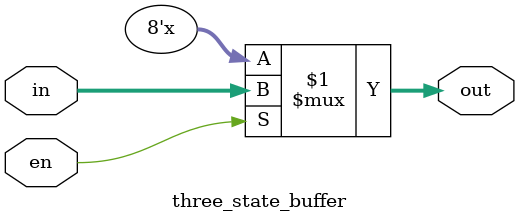
<source format=v>
`timescale 1ns / 1ps


module three_state_buffer (in, en, out);
    input   wire[7:0]   in;
    input   wire        en;
    output  wire[7:0]   out;
    
    assign out = en ? in : 8'bZ;
endmodule

</source>
